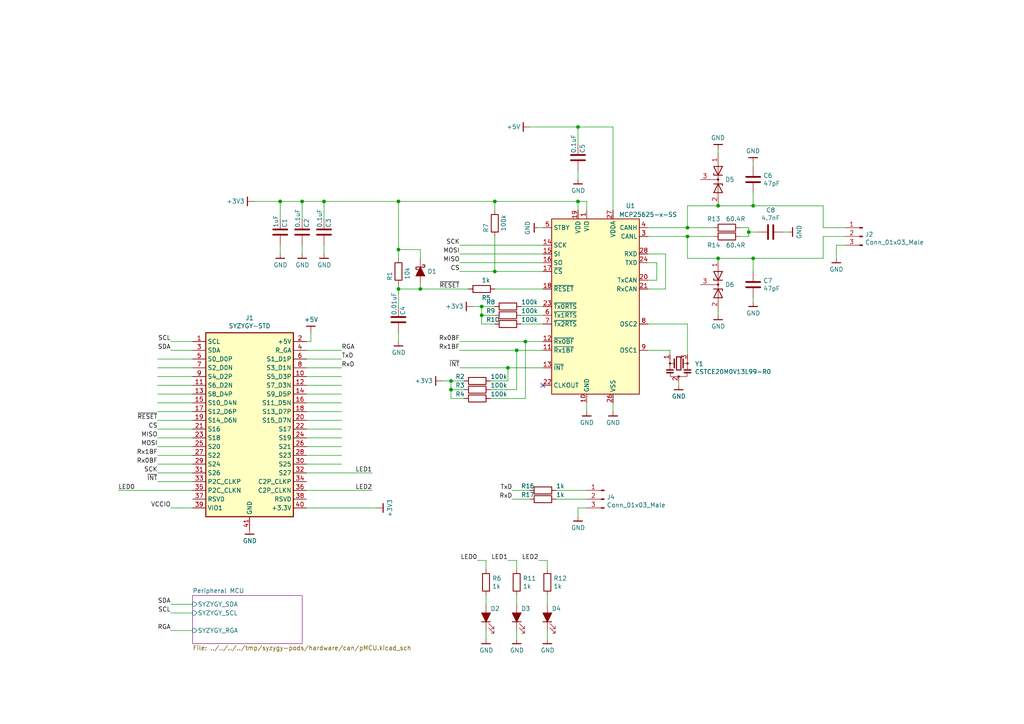
<source format=kicad_sch>
(kicad_sch (version 20230121) (generator eeschema)
  (paper "A4")
  (title_block (title "CAN Breakout") (date "2020-05-26") (rev "r1.0") (comment 1 "SYZYGY Pod"))
  (lib_symbols
    (symbol "Connector:Conn_01x03_Male" (pin_names hide)
      (property "Reference" "J" (at 0 5.08 0))
      (property "Value" "Conn_01x03_Male" (at 0 -5.08 0))
      (symbol "Conn_01x03_Male_1_1"
        (polyline (pts (xy 1.27 -2.54) (xy 0.8636 -2.54)))
        (polyline (pts (xy 1.27 0) (xy 0.8636 0)))
        (polyline (pts (xy 1.27 2.54) (xy 0.8636 2.54)))
        (rectangle (start 0.8636 -2.413) (end 0 -2.667) (fill (type outline)))
        (rectangle (start 0.8636 0.127) (end 0 -0.127) (fill (type outline)))
        (rectangle (start 0.8636 2.667) (end 0 2.413) (fill (type outline)))
        (pin passive line (at 5.08 2.54 180) (length 3.81) (name "Pin_1") (number "1"))
        (pin passive line (at 5.08 0 180) (length 3.81) (name "Pin_2") (number "2"))
        (pin passive line (at 5.08 -2.54 180) (length 3.81) (name "Pin_3") (number "3"))
      )
    )
    (symbol "Device:C" (pin_numbers hide) (pin_names (offset 0.254))
      (property "Reference" "C" (at 0.635 2.54 0))
      (property "Value" "C" (at 0.635 -2.54 0))
      (symbol "C_0_1"
        (polyline (pts (xy -2.032 -0.762) (xy 2.032 -0.762)) (stroke (width 0.508)))
        (polyline (pts (xy -2.032 0.762) (xy 2.032 0.762)) (stroke (width 0.508)))
      )
      (symbol "C_1_1"
        (pin passive line (at 0 3.81 270) (length 2.794) (name "~") (number "1"))
        (pin passive line (at 0 -3.81 90) (length 2.794) (name "~") (number "2"))
      )
    )
    (symbol "Device:C_1" (pin_numbers hide) (pin_names (offset 0.254))
      (property "Reference" "C" (at 0.635 2.54 0))
      (property "Value" "C" (at 0.635 -2.54 0))
      (symbol "C_1_0_1"
        (polyline (pts (xy -2.032 -0.762) (xy 2.032 -0.762)) (stroke (width 0.508)))
        (polyline (pts (xy -2.032 0.762) (xy 2.032 0.762)) (stroke (width 0.508)))
      )
      (symbol "C_1_1_1"
        (pin passive line (at 0 3.81 270) (length 2.794) (name "~") (number "1"))
        (pin passive line (at 0 -3.81 90) (length 2.794) (name "~") (number "2"))
      )
    )
    (symbol "Device:C_2" (pin_numbers hide) (pin_names (offset 0.254))
      (property "Reference" "C" (at 0.635 2.54 0))
      (property "Value" "C" (at 0.635 -2.54 0))
      (symbol "C_2_0_1"
        (polyline (pts (xy -2.032 -0.762) (xy 2.032 -0.762)) (stroke (width 0.508)))
        (polyline (pts (xy -2.032 0.762) (xy 2.032 0.762)) (stroke (width 0.508)))
      )
      (symbol "C_2_1_1"
        (pin passive line (at 0 3.81 270) (length 2.794) (name "~") (number "1"))
        (pin passive line (at 0 -3.81 90) (length 2.794) (name "~") (number "2"))
      )
    )
    (symbol "Device:C_3" (pin_numbers hide) (pin_names (offset 0.254))
      (property "Reference" "C" (at 0.635 2.54 0))
      (property "Value" "C" (at 0.635 -2.54 0))
      (symbol "C_3_0_1"
        (polyline (pts (xy -2.032 -0.762) (xy 2.032 -0.762)) (stroke (width 0.508)))
        (polyline (pts (xy -2.032 0.762) (xy 2.032 0.762)) (stroke (width 0.508)))
      )
      (symbol "C_3_1_1"
        (pin passive line (at 0 3.81 270) (length 2.794) (name "~") (number "1"))
        (pin passive line (at 0 -3.81 90) (length 2.794) (name "~") (number "2"))
      )
    )
    (symbol "Device:D_Schottky_ALT" (pin_numbers hide) (pin_names hide)
      (property "Reference" "D" (at 0 2.54 0))
      (property "Value" "D_Schottky_ALT" (at 0 -2.54 0))
      (symbol "D_Schottky_ALT_0_1"
        (polyline (pts (xy 1.27 0) (xy -1.27 0)))
        (polyline (pts (xy 1.27 1.27) (xy 1.27 -1.27) (xy -1.27 0) (xy 1.27 1.27)) (stroke (width 0.254)) (fill (type outline)))
        (polyline (pts (xy -1.905 0.635) (xy -1.905 1.27) (xy -1.27 1.27) (xy -1.27 -1.27) (xy -0.635 -1.27) (xy -0.635 -0.635)) (stroke (width 0.254)))
      )
      (symbol "D_Schottky_ALT_1_1"
        (pin passive line (at -3.81 0 0) (length 2.54) (name "K") (number "1"))
        (pin passive line (at 3.81 0 180) (length 2.54) (name "A") (number "2"))
      )
    )
    (symbol "Device:D_Zener_x2_KCom_AAK" (pin_names (offset 0.762) hide)
      (property "Reference" "D" (at 1.27 -2.54 0))
      (property "Value" "D_Zener_x2_KCom_AAK" (at 0 2.54 0))
      (symbol "D_Zener_x2_KCom_AAK_0_1"
        (polyline (pts (xy -3.81 0) (xy 3.81 0)))
        (polyline (pts (xy 0 0) (xy 0 -2.54)))
        (polyline (pts (xy -1.27 1.27) (xy -1.27 -1.27) (xy -1.778 -1.27)) (stroke (width 0.254)))
        (polyline (pts (xy 1.27 -1.27) (xy 1.27 1.27) (xy 1.778 1.27)) (stroke (width 0.254)))
        (polyline (pts (xy -3.81 1.27) (xy -1.27 0) (xy -3.81 -1.27) (xy -3.81 1.27) (xy -3.81 1.27) (xy -3.81 1.27)) (stroke (width 0.254)))
        (polyline (pts (xy 3.81 -1.27) (xy 1.27 0) (xy 3.81 1.27) (xy 3.81 -1.27) (xy 3.81 -1.27) (xy 3.81 -1.27)) (stroke (width 0.254)))
        (circle (center 0 0) (radius 0.254) (fill (type outline)))
        (pin passive line (at -7.62 0 0) (length 3.81) (name "A") (number "1"))
        (pin passive line (at 7.62 0 180) (length 3.81) (name "A") (number "2"))
        (pin passive line (at 0 -5.08 90) (length 2.54) (name "K") (number "3"))
      )
    )
    (symbol "Device:LED_ALT" (pin_numbers hide) (pin_names hide)
      (property "Reference" "D" (at 0 2.54 0))
      (property "Value" "LED_ALT" (at 0 -2.54 0))
      (symbol "LED_ALT_0_1"
        (polyline (pts (xy -1.27 -1.27) (xy -1.27 1.27)) (stroke (width 0.254)))
        (polyline (pts (xy -1.27 0) (xy 1.27 0)))
        (polyline (pts (xy 1.27 -1.27) (xy 1.27 1.27) (xy -1.27 0) (xy 1.27 -1.27)) (stroke (width 0.254)) (fill (type outline)))
        (polyline (pts (xy -3.048 -0.762) (xy -4.572 -2.286) (xy -3.81 -2.286) (xy -4.572 -2.286) (xy -4.572 -1.524)))
        (polyline (pts (xy -1.778 -0.762) (xy -3.302 -2.286) (xy -2.54 -2.286) (xy -3.302 -2.286) (xy -3.302 -1.524)))
      )
      (symbol "LED_ALT_1_1"
        (pin passive line (at -3.81 0 0) (length 2.54) (name "K") (number "1"))
        (pin passive line (at 3.81 0 180) (length 2.54) (name "A") (number "2"))
      )
    )
    (symbol "Device:R" (pin_numbers hide) (pin_names (offset 0))
      (property "Reference" "R" (at 2.032 0 90))
      (property "Value" "R" (at 0 0 90))
      (symbol "R_0_1"
        (rectangle (start -1.016 -2.54) (end 1.016 2.54) (stroke (width 0.254)))
      )
      (symbol "R_1_1"
        (pin passive line (at 0 3.81 270) (length 1.27) (name "~") (number "1"))
        (pin passive line (at 0 -3.81 90) (length 1.27) (name "~") (number "2"))
      )
    )
    (symbol "Device:R_1" (pin_numbers hide) (pin_names (offset 0))
      (property "Reference" "R" (at 2.032 0 90))
      (property "Value" "R" (at 0 0 90))
      (symbol "R_1_0_1"
        (rectangle (start -1.016 -2.54) (end 1.016 2.54) (stroke (width 0.254)))
      )
      (symbol "R_1_1_1"
        (pin passive line (at 0 3.81 270) (length 1.27) (name "~") (number "1"))
        (pin passive line (at 0 -3.81 90) (length 1.27) (name "~") (number "2"))
      )
    )
    (symbol "Device:R_2" (pin_numbers hide) (pin_names (offset 0))
      (property "Reference" "R" (at 2.032 0 90))
      (property "Value" "R" (at 0 0 90))
      (symbol "R_2_0_1"
        (rectangle (start -1.016 -2.54) (end 1.016 2.54) (stroke (width 0.254)))
      )
      (symbol "R_2_1_1"
        (pin passive line (at 0 3.81 270) (length 1.27) (name "~") (number "1"))
        (pin passive line (at 0 -3.81 90) (length 1.27) (name "~") (number "2"))
      )
    )
    (symbol "Device:Resonator_Small" (pin_names hide)
      (property "Reference" "Y" (at 3.175 1.905 0))
      (property "Value" "Resonator_Small" (at 3.175 0 0))
      (symbol "Resonator_Small_0_1"
        (rectangle (start -3.556 -2.54) (end -1.524 -2.794) (fill (type outline)))
        (rectangle (start -3.556 -1.778) (end -1.524 -2.032) (fill (type outline)))
        (circle (center -2.54 0) (radius 0.254) (fill (type outline)))
        (rectangle (start -0.635 1.905) (end 0.635 -1.905) (stroke (width 0.3048)))
        (circle (center 0 -3.81) (radius 0.254) (fill (type outline)))
        (polyline (pts (xy -2.54 -1.778) (xy -2.54 0)))
        (polyline (pts (xy -2.54 0) (xy -1.397 0)))
        (polyline (pts (xy -2.54 1.27) (xy -2.54 0)))
        (polyline (pts (xy -1.27 -1.27) (xy -1.27 1.27)) (stroke (width 0.381)))
        (polyline (pts (xy 1.27 -1.27) (xy 1.27 1.27)) (stroke (width 0.381)))
        (polyline (pts (xy 1.27 0) (xy 2.54 0)))
        (polyline (pts (xy 2.54 0) (xy 2.54 -1.778)))
        (polyline (pts (xy 2.54 1.27) (xy 2.54 0)))
        (polyline (pts (xy 2.413 -2.794) (xy 2.413 -3.81) (xy -2.413 -3.81) (xy -2.413 -2.667)))
        (rectangle (start 1.524 -2.54) (end 3.556 -2.794) (fill (type outline)))
        (rectangle (start 1.524 -1.778) (end 3.556 -2.032) (fill (type outline)))
        (circle (center 2.54 0) (radius 0.254) (fill (type outline)))
      )
      (symbol "Resonator_Small_1_1"
        (pin passive line (at -2.54 2.54 270) (length 1.27) (name "1") (number "1"))
        (pin passive line (at 0 -5.08 90) (length 1.27) (name "2") (number "2"))
        (pin passive line (at 2.54 2.54 270) (length 1.27) (name "3") (number "3"))
      )
    )
    (symbol "Interface_CAN_LIN:MCP25625-x-SS"
      (property "Reference" "U" (at -11.43 26.67 0))
      (property "Value" "MCP25625-x-SS" (at 15.24 26.67 0))
      (symbol "MCP25625-x-SS_0_1"
        (rectangle (start -12.7 25.4) (end 12.7 -25.4) (stroke (width 0.254)) (fill (type background)))
      )
      (symbol "MCP25625-x-SS_1_1"
        (pin power_in line (at -2.54 27.94 270) (length 2.54) (name "VIO") (number "1"))
        (pin power_in line (at -2.54 -27.94 90) (length 2.54) (name "GND") (number "10"))
        (pin output line (at -15.24 -12.7 0) (length 2.54) (name "~{Rx1BF}") (number "11"))
        (pin output line (at -15.24 -10.16 0) (length 2.54) (name "~{Rx0BF}") (number "12"))
        (pin output line (at -15.24 -17.78 0) (length 2.54) (name "~{INT}") (number "13"))
        (pin input line (at -15.24 17.78 0) (length 2.54) (name "SCK") (number "14"))
        (pin input line (at -15.24 15.24 0) (length 2.54) (name "SI") (number "15"))
        (pin output line (at -15.24 12.7 0) (length 2.54) (name "SO") (number "16"))
        (pin input line (at -15.24 10.16 0) (length 2.54) (name "~{CS}") (number "17"))
        (pin input line (at -15.24 5.08 0) (length 2.54) (name "~{RESET}") (number "18"))
        (pin power_in line (at -5.08 27.94 270) (length 2.54) (name "VDD") (number "19"))
        (pin no_connect line (at 12.7 -15.24 180) (length 2.54) hide (name "NC") (number "2"))
        (pin output line (at 15.24 7.62 180) (length 2.54) (name "TxCAN") (number "20"))
        (pin input line (at 15.24 5.08 180) (length 2.54) (name "RxCAN") (number "21"))
        (pin output line (at -15.24 -22.86 0) (length 2.54) (name "CLKOUT") (number "22"))
        (pin input line (at -15.24 0 0) (length 2.54) (name "~{Tx0RTS}") (number "23"))
        (pin input line (at 15.24 12.7 180) (length 2.54) (name "TXD") (number "24"))
        (pin no_connect line (at 12.7 -17.78 180) (length 2.54) hide (name "NC") (number "25"))
        (pin power_in line (at 5.08 -27.94 90) (length 2.54) (name "VSS") (number "26"))
        (pin power_in line (at 5.08 27.94 270) (length 2.54) (name "VDDA") (number "27"))
        (pin output line (at 15.24 15.24 180) (length 2.54) (name "RXD") (number "28"))
        (pin bidirectional line (at 15.24 20.32 180) (length 2.54) (name "CANL") (number "3"))
        (pin bidirectional line (at 15.24 22.86 180) (length 2.54) (name "CANH") (number "4"))
        (pin input line (at -15.24 22.86 0) (length 2.54) (name "STBY") (number "5"))
        (pin input line (at -15.24 -2.54 0) (length 2.54) (name "~{Tx1RTS}") (number "6"))
        (pin input line (at -15.24 -5.08 0) (length 2.54) (name "~{Tx2RTS}") (number "7"))
        (pin output line (at 15.24 -5.08 180) (length 2.54) (name "OSC2") (number "8"))
        (pin input line (at 15.24 -12.7 180) (length 2.54) (name "OSC1") (number "9"))
      )
    )
    (symbol "gkl_misc:SYZYGY-STD"
      (property "Reference" "J" (at 0 27.94 0))
      (property "Value" "SYZYGY-STD" (at 0 25.4 0))
      (symbol "SYZYGY-STD_0_1"
        (rectangle (start -12.7 24.13) (end 12.7 -29.21) (stroke (width 0.3302)) (fill (type background)))
      )
      (symbol "SYZYGY-STD_1_1"
        (pin input line (at -16.51 21.59 0) (length 3.81) (name "SCL") (number "1"))
        (pin input line (at 16.51 11.43 180) (length 3.81) (name "S5_D3P") (number "10"))
        (pin input line (at -16.51 8.89 0) (length 3.81) (name "S6_D2N") (number "11"))
        (pin input line (at 16.51 8.89 180) (length 3.81) (name "S7_D3N") (number "12"))
        (pin input line (at -16.51 6.35 0) (length 3.81) (name "S8_D4P") (number "13"))
        (pin input line (at 16.51 6.35 180) (length 3.81) (name "S9_D5P") (number "14"))
        (pin input line (at -16.51 3.81 0) (length 3.81) (name "S10_D4N") (number "15"))
        (pin input line (at 16.51 3.81 180) (length 3.81) (name "S11_D5N") (number "16"))
        (pin input line (at -16.51 1.27 0) (length 3.81) (name "S12_D6P") (number "17"))
        (pin input line (at 16.51 1.27 180) (length 3.81) (name "S13_D7P") (number "18"))
        (pin input line (at -16.51 -1.27 0) (length 3.81) (name "S14_D6N") (number "19"))
        (pin input line (at 16.51 21.59 180) (length 3.81) (name "+5V") (number "2"))
        (pin input line (at 16.51 -1.27 180) (length 3.81) (name "S15_D7N") (number "20"))
        (pin input line (at -16.51 -3.81 0) (length 3.81) (name "S16") (number "21"))
        (pin input line (at 16.51 -3.81 180) (length 3.81) (name "S17") (number "22"))
        (pin input line (at -16.51 -6.35 0) (length 3.81) (name "S18") (number "23"))
        (pin input line (at 16.51 -6.35 180) (length 3.81) (name "S19") (number "24"))
        (pin input line (at -16.51 -8.89 0) (length 3.81) (name "S20") (number "25"))
        (pin input line (at 16.51 -8.89 180) (length 3.81) (name "S21") (number "26"))
        (pin input line (at -16.51 -11.43 0) (length 3.81) (name "S22") (number "27"))
        (pin input line (at 16.51 -11.43 180) (length 3.81) (name "S23") (number "28"))
        (pin input line (at -16.51 -13.97 0) (length 3.81) (name "S24") (number "29"))
        (pin input line (at -16.51 19.05 0) (length 3.81) (name "SDA") (number "3"))
        (pin input line (at 16.51 -13.97 180) (length 3.81) (name "S25") (number "30"))
        (pin input line (at -16.51 -16.51 0) (length 3.81) (name "S26") (number "31"))
        (pin input line (at 16.51 -16.51 180) (length 3.81) (name "S27") (number "32"))
        (pin input line (at -16.51 -19.05 0) (length 3.81) (name "P2C_CLKP") (number "33"))
        (pin input line (at 16.51 -19.05 180) (length 3.81) (name "C2P_CLKP") (number "34"))
        (pin input line (at -16.51 -21.59 0) (length 3.81) (name "P2C_CLKN") (number "35"))
        (pin input line (at 16.51 -21.59 180) (length 3.81) (name "C2P_CLKN") (number "36"))
        (pin input line (at -16.51 -24.13 0) (length 3.81) (name "RSVD") (number "37"))
        (pin input line (at 16.51 -24.13 180) (length 3.81) (name "RSVD") (number "38"))
        (pin input line (at -16.51 -26.67 0) (length 3.81) (name "VIO1") (number "39"))
        (pin input line (at 16.51 19.05 180) (length 3.81) (name "R_GA") (number "4"))
        (pin input line (at 16.51 -26.67 180) (length 3.81) (name "+3.3V") (number "40"))
        (pin input line (at 0 -33.02 90) (length 3.81) (name "GND") (number "41"))
        (pin input line (at -16.51 16.51 0) (length 3.81) (name "S0_D0P") (number "5"))
        (pin input line (at 16.51 16.51 180) (length 3.81) (name "S1_D1P") (number "6"))
        (pin input line (at -16.51 13.97 0) (length 3.81) (name "S2_D0N") (number "7"))
        (pin input line (at 16.51 13.97 180) (length 3.81) (name "S3_D1N") (number "8"))
        (pin input line (at -16.51 11.43 0) (length 3.81) (name "S4_D2P") (number "9"))
      )
    )
    (symbol "gkl_power:+3V3" (power) (pin_names (offset 0))
      (property "Value" "+3V3" (at 0 3.556 0))
      (symbol "+3V3_0_1"
        (polyline (pts (xy -1.27 1.905) (xy 1.27 1.905)) (stroke (width 0.3048)))
        (polyline (pts (xy 0 0) (xy 0 1.905)))
      )
      (symbol "+3V3_1_1"
        (pin power_in line (at 0 0 90) (length 0) hide (name "+3V3") (number "1"))
      )
    )
    (symbol "gkl_power:+5V" (power) (pin_names (offset 0))
      (property "Value" "+5V" (at 0 3.175 0))
      (symbol "+5V_0_1"
        (polyline (pts (xy -1.27 1.905) (xy 1.27 1.905)) (stroke (width 0.3048)))
        (polyline (pts (xy 0 0) (xy 0 1.905)))
      )
      (symbol "+5V_1_1"
        (pin power_in line (at 0 0 90) (length 0) hide (name "+5V") (number "1"))
      )
    )
    (symbol "gkl_power:GND" (power) (pin_names (offset 0))
      (property "Value" "GND" (at 0 -2.54 0))
      (symbol "GND_0_1"
        (polyline (pts (xy 0 -1.27) (xy 0 0)))
        (polyline (pts (xy 1.27 -1.27) (xy -1.27 -1.27)) (stroke (width 0.3048)))
      )
      (symbol "GND_1_1"
        (pin power_in line (at 0 0 270) (length 0) hide (name "GND") (number "1"))
      )
    )
  )
  (junction (at 147.32 106.68))
  (junction (at 152.4 99.06))
  (junction (at 81.28 58.42))
  (junction (at 217.17 67.31))
  (junction (at 121.92 83.82))
  (junction (at 208.28 74.93))
  (junction (at 115.57 72.39))
  (junction (at 115.57 58.42))
  (junction (at 87.63 58.42))
  (junction (at 139.7 88.9))
  (junction (at 115.57 83.82))
  (junction (at 130.81 113.03))
  (junction (at 130.81 110.49))
  (junction (at 167.64 58.42))
  (junction (at 199.39 66.04))
  (junction (at 167.64 36.83))
  (junction (at 143.51 78.74))
  (junction (at 143.51 58.42))
  (junction (at 218.44 59.69))
  (junction (at 208.28 59.69))
  (junction (at 218.44 74.93))
  (junction (at 199.39 68.58))
  (junction (at 139.7 91.44))
  (junction (at 149.86 101.6))
  (junction (at 93.98 58.42))
  (no_connect (at 157.48 111.76))
  (wire (pts (xy 130.81 115.57) (xy 130.81 113.03)))
  (wire (pts (xy 151.13 91.44) (xy 157.48 91.44)))
  (wire (pts (xy 158.75 172.72) (xy 158.75 175.26)))
  (wire (pts (xy 147.32 162.56) (xy 149.86 162.56)))
  (wire (pts (xy 242.57 71.12) (xy 242.57 74.93)))
  (wire (pts (xy 161.29 144.78) (xy 170.18 144.78)))
  (wire (pts (xy 45.72 111.76) (xy 55.88 111.76)))
  (wire (pts (xy 245.11 71.12) (xy 242.57 71.12)))
  (wire (pts (xy 187.96 81.28) (xy 190.5 81.28)))
  (wire (pts (xy 130.81 113.03) (xy 130.81 110.49)))
  (wire (pts (xy 133.35 73.66) (xy 157.48 73.66)))
  (wire (pts (xy 90.17 99.06) (xy 90.17 96.52)))
  (wire (pts (xy 88.9 121.92) (xy 99.06 121.92)))
  (wire (pts (xy 88.9 134.62) (xy 99.06 134.62)))
  (wire (pts (xy 194.31 101.6) (xy 194.31 102.87)))
  (wire (pts (xy 45.72 114.3) (xy 55.88 114.3)))
  (wire (pts (xy 218.44 59.69) (xy 238.76 59.69)))
  (wire (pts (xy 88.9 119.38) (xy 99.06 119.38)))
  (wire (pts (xy 115.57 82.55) (xy 115.57 83.82)))
  (wire (pts (xy 143.51 58.42) (xy 167.64 58.42)))
  (wire (pts (xy 238.76 59.69) (xy 238.76 66.04)))
  (wire (pts (xy 45.72 116.84) (xy 55.88 116.84)))
  (wire (pts (xy 45.72 109.22) (xy 55.88 109.22)))
  (wire (pts (xy 149.86 165.1) (xy 149.86 162.56)))
  (wire (pts (xy 167.64 58.42) (xy 170.18 58.42)))
  (wire (pts (xy 81.28 58.42) (xy 87.63 58.42)))
  (wire (pts (xy 167.64 147.32) (xy 167.64 149.86)))
  (wire (pts (xy 187.96 66.04) (xy 199.39 66.04)))
  (wire (pts (xy 170.18 147.32) (xy 167.64 147.32)))
  (wire (pts (xy 133.35 76.2) (xy 157.48 76.2)))
  (wire (pts (xy 167.64 41.91) (xy 167.64 36.83)))
  (wire (pts (xy 167.64 49.53) (xy 167.64 52.07)))
  (wire (pts (xy 187.96 101.6) (xy 194.31 101.6)))
  (wire (pts (xy 133.35 71.12) (xy 157.48 71.12)))
  (wire (pts (xy 55.88 101.6) (xy 49.53 101.6)))
  (wire (pts (xy 81.28 71.12) (xy 81.28 73.66)))
  (wire (pts (xy 238.76 68.58) (xy 245.11 68.58)))
  (wire (pts (xy 45.72 127) (xy 55.88 127)))
  (wire (pts (xy 177.8 116.84) (xy 177.8 119.38)))
  (wire (pts (xy 147.32 106.68) (xy 157.48 106.68)))
  (wire (pts (xy 45.72 129.54) (xy 55.88 129.54)))
  (wire (pts (xy 167.64 58.42) (xy 167.64 60.96)))
  (wire (pts (xy 55.88 147.32) (xy 49.53 147.32)))
  (wire (pts (xy 88.9 104.14) (xy 99.06 104.14)))
  (wire (pts (xy 133.35 78.74) (xy 143.51 78.74)))
  (wire (pts (xy 149.86 113.03) (xy 149.86 101.6)))
  (wire (pts (xy 45.72 139.7) (xy 55.88 139.7)))
  (wire (pts (xy 140.97 165.1) (xy 140.97 162.56)))
  (wire (pts (xy 134.62 115.57) (xy 130.81 115.57)))
  (wire (pts (xy 156.21 162.56) (xy 158.75 162.56)))
  (wire (pts (xy 88.9 116.84) (xy 99.06 116.84)))
  (wire (pts (xy 133.35 99.06) (xy 152.4 99.06)))
  (wire (pts (xy 158.75 182.88) (xy 158.75 185.42)))
  (wire (pts (xy 55.88 99.06) (xy 49.53 99.06)))
  (wire (pts (xy 81.28 63.5) (xy 81.28 58.42)))
  (wire (pts (xy 218.44 86.36) (xy 218.44 87.63)))
  (wire (pts (xy 88.9 127) (xy 99.06 127)))
  (wire (pts (xy 151.13 88.9) (xy 157.48 88.9)))
  (wire (pts (xy 153.67 36.83) (xy 167.64 36.83)))
  (wire (pts (xy 139.7 91.44) (xy 139.7 88.9)))
  (wire (pts (xy 45.72 137.16) (xy 55.88 137.16)))
  (wire (pts (xy 156.21 66.04) (xy 157.48 66.04)))
  (wire (pts (xy 167.64 36.83) (xy 177.8 36.83)))
  (wire (pts (xy 88.9 106.68) (xy 99.06 106.68)))
  (wire (pts (xy 88.9 132.08) (xy 99.06 132.08)))
  (wire (pts (xy 218.44 48.26) (xy 218.44 46.99)))
  (wire (pts (xy 161.29 142.24) (xy 170.18 142.24)))
  (wire (pts (xy 217.17 67.31) (xy 219.71 67.31)))
  (wire (pts (xy 55.88 175.26) (xy 49.53 175.26)))
  (wire (pts (xy 55.88 177.8) (xy 49.53 177.8)))
  (wire (pts (xy 214.63 66.04) (xy 217.17 66.04)))
  (wire (pts (xy 88.9 129.54) (xy 99.06 129.54)))
  (wire (pts (xy 218.44 74.93) (xy 238.76 74.93)))
  (wire (pts (xy 88.9 147.32) (xy 109.22 147.32)))
  (wire (pts (xy 121.92 82.55) (xy 121.92 83.82)))
  (wire (pts (xy 218.44 55.88) (xy 218.44 59.69)))
  (wire (pts (xy 73.66 58.42) (xy 81.28 58.42)))
  (wire (pts (xy 88.9 137.16) (xy 107.95 137.16)))
  (wire (pts (xy 34.29 142.24) (xy 55.88 142.24)))
  (wire (pts (xy 157.48 78.74) (xy 143.51 78.74)))
  (wire (pts (xy 149.86 101.6) (xy 157.48 101.6)))
  (wire (pts (xy 143.51 58.42) (xy 143.51 60.96)))
  (wire (pts (xy 199.39 68.58) (xy 199.39 74.93)))
  (wire (pts (xy 45.72 132.08) (xy 55.88 132.08)))
  (wire (pts (xy 196.85 110.49) (xy 196.85 111.76)))
  (wire (pts (xy 170.18 116.84) (xy 170.18 119.38)))
  (wire (pts (xy 199.39 68.58) (xy 207.01 68.58)))
  (wire (pts (xy 199.39 66.04) (xy 207.01 66.04)))
  (wire (pts (xy 130.81 110.49) (xy 134.62 110.49)))
  (wire (pts (xy 138.43 162.56) (xy 140.97 162.56)))
  (wire (pts (xy 218.44 74.93) (xy 218.44 78.74)))
  (wire (pts (xy 143.51 93.98) (xy 139.7 93.98)))
  (wire (pts (xy 227.33 67.31) (xy 228.6 67.31)))
  (wire (pts (xy 140.97 172.72) (xy 140.97 175.26)))
  (wire (pts (xy 208.28 59.69) (xy 218.44 59.69)))
  (wire (pts (xy 149.86 182.88) (xy 149.86 185.42)))
  (wire (pts (xy 140.97 182.88) (xy 140.97 185.42)))
  (wire (pts (xy 170.18 60.96) (xy 170.18 58.42)))
  (wire (pts (xy 87.63 71.12) (xy 87.63 73.66)))
  (wire (pts (xy 142.24 115.57) (xy 152.4 115.57)))
  (wire (pts (xy 134.62 113.03) (xy 130.81 113.03)))
  (wire (pts (xy 137.16 88.9) (xy 139.7 88.9)))
  (wire (pts (xy 93.98 63.5) (xy 93.98 58.42)))
  (wire (pts (xy 208.28 90.17) (xy 208.28 91.44)))
  (wire (pts (xy 190.5 76.2) (xy 187.96 76.2)))
  (wire (pts (xy 45.72 106.68) (xy 55.88 106.68)))
  (wire (pts (xy 133.35 101.6) (xy 149.86 101.6)))
  (wire (pts (xy 115.57 83.82) (xy 115.57 88.9)))
  (wire (pts (xy 55.88 182.88) (xy 49.53 182.88)))
  (wire (pts (xy 45.72 124.46) (xy 55.88 124.46)))
  (wire (pts (xy 217.17 67.31) (xy 217.17 68.58)))
  (wire (pts (xy 148.59 144.78) (xy 153.67 144.78)))
  (wire (pts (xy 143.51 83.82) (xy 157.48 83.82)))
  (wire (pts (xy 142.24 113.03) (xy 149.86 113.03)))
  (wire (pts (xy 88.9 142.24) (xy 107.95 142.24)))
  (wire (pts (xy 149.86 172.72) (xy 149.86 175.26)))
  (wire (pts (xy 88.9 109.22) (xy 99.06 109.22)))
  (wire (pts (xy 199.39 93.98) (xy 199.39 102.87)))
  (wire (pts (xy 187.96 68.58) (xy 199.39 68.58)))
  (wire (pts (xy 148.59 142.24) (xy 153.67 142.24)))
  (wire (pts (xy 143.51 68.58) (xy 143.51 78.74)))
  (wire (pts (xy 142.24 110.49) (xy 147.32 110.49)))
  (wire (pts (xy 128.27 110.49) (xy 130.81 110.49)))
  (wire (pts (xy 217.17 66.04) (xy 217.17 67.31)))
  (wire (pts (xy 93.98 71.12) (xy 93.98 73.66)))
  (wire (pts (xy 152.4 99.06) (xy 157.48 99.06)))
  (wire (pts (xy 115.57 58.42) (xy 143.51 58.42)))
  (wire (pts (xy 187.96 93.98) (xy 199.39 93.98)))
  (wire (pts (xy 208.28 43.18) (xy 208.28 44.45)))
  (wire (pts (xy 139.7 93.98) (xy 139.7 91.44)))
  (wire (pts (xy 143.51 91.44) (xy 139.7 91.44)))
  (wire (pts (xy 151.13 93.98) (xy 157.48 93.98)))
  (wire (pts (xy 217.17 68.58) (xy 214.63 68.58)))
  (wire (pts (xy 199.39 74.93) (xy 208.28 74.93)))
  (wire (pts (xy 121.92 74.93) (xy 121.92 72.39)))
  (wire (pts (xy 152.4 115.57) (xy 152.4 99.06)))
  (wire (pts (xy 87.63 58.42) (xy 93.98 58.42)))
  (wire (pts (xy 139.7 88.9) (xy 143.51 88.9)))
  (wire (pts (xy 93.98 58.42) (xy 115.57 58.42)))
  (wire (pts (xy 238.76 66.04) (xy 245.11 66.04)))
  (wire (pts (xy 45.72 119.38) (xy 55.88 119.38)))
  (wire (pts (xy 158.75 165.1) (xy 158.75 162.56)))
  (wire (pts (xy 88.9 114.3) (xy 99.06 114.3)))
  (wire (pts (xy 45.72 104.14) (xy 55.88 104.14)))
  (wire (pts (xy 88.9 99.06) (xy 90.17 99.06)))
  (wire (pts (xy 45.72 134.62) (xy 55.88 134.62)))
  (wire (pts (xy 115.57 58.42) (xy 115.57 72.39)))
  (wire (pts (xy 208.28 74.93) (xy 218.44 74.93)))
  (wire (pts (xy 87.63 63.5) (xy 87.63 58.42)))
  (wire (pts (xy 115.57 72.39) (xy 115.57 74.93)))
  (wire (pts (xy 115.57 72.39) (xy 121.92 72.39)))
  (wire (pts (xy 177.8 36.83) (xy 177.8 60.96)))
  (wire (pts (xy 88.9 111.76) (xy 99.06 111.76)))
  (wire (pts (xy 199.39 66.04) (xy 199.39 59.69)))
  (wire (pts (xy 199.39 59.69) (xy 208.28 59.69)))
  (wire (pts (xy 187.96 73.66) (xy 193.04 73.66)))
  (wire (pts (xy 238.76 74.93) (xy 238.76 68.58)))
  (wire (pts (xy 193.04 83.82) (xy 187.96 83.82)))
  (wire (pts (xy 193.04 73.66) (xy 193.04 83.82)))
  (wire (pts (xy 115.57 96.52) (xy 115.57 99.06)))
  (wire (pts (xy 45.72 121.92) (xy 55.88 121.92)))
  (wire (pts (xy 147.32 110.49) (xy 147.32 106.68)))
  (wire (pts (xy 121.92 83.82) (xy 135.89 83.82)))
  (wire (pts (xy 115.57 83.82) (xy 121.92 83.82)))
  (wire (pts (xy 133.35 106.68) (xy 147.32 106.68)))
  (wire (pts (xy 88.9 124.46) (xy 99.06 124.46)))
  (wire (pts (xy 88.9 101.6) (xy 99.06 101.6)))
  (wire (pts (xy 190.5 81.28) (xy 190.5 76.2)))
  (label "RGA" (at 49.53 182.88 180))
  (label "MOSI" (at 133.35 73.66 180))
  (label "MISO" (at 45.72 127 180))
  (label "Rx1BF" (at 45.72 132.08 180))
  (label "RxD" (at 148.59 144.78 180))
  (label "LED2" (at 107.95 142.24 180))
  (label "VCCIO" (at 49.53 147.32 180))
  (label "LED0" (at 34.29 142.24 0))
  (label "SCL" (at 49.53 177.8 180))
  (label "TxD" (at 99.06 104.14 0))
  (label "MISO" (at 133.35 76.2 180))
  (label "SDA" (at 49.53 101.6 180))
  (label "LED2" (at 156.21 162.56 180))
  (label "RxD" (at 99.06 106.68 0))
  (label "RGA" (at 99.06 101.6 0))
  (label "Rx1BF" (at 133.35 101.6 180))
  (label "SCK" (at 45.72 137.16 180))
  (label "CS" (at 45.72 124.46 180))
  (label "~{INT}" (at 45.72 139.7 180))
  (label "SCK" (at 133.35 71.12 180))
  (label "CS" (at 133.35 78.74 180))
  (label "Rx0BF" (at 133.35 99.06 180))
  (label "~{RESET}" (at 45.72 121.92 180))
  (label "TxD" (at 148.59 142.24 180))
  (label "~{RESET}" (at 133.35 83.82 180))
  (label "SDA" (at 49.53 175.26 180))
  (label "LED1" (at 107.95 137.16 180))
  (label "Rx0BF" (at 45.72 134.62 180))
  (label "~{INT}" (at 133.35 106.68 180))
  (label "LED0" (at 138.43 162.56 180))
  (label "SCL" (at 49.53 99.06 180))
  (label "LED1" (at 147.32 162.56 180))
  (label "MOSI" (at 45.72 129.54 180))
  (symbol (lib_id "gkl_misc:SYZYGY-STD") (at 72.39 120.65 0) (unit 1)
    (property "Reference" "J1" (at 72.39 92.2274 0))
    (property "Value" "SYZYGY-STD" (at 72.39 94.5388 0))
    (property "Footprint" "gkl_conn:SYZYGY_standard_pod" (effects hide))
    (property "Mfg" "Samtec Inc." (effects hide))
    (property "PN" "QTE-020-01-F-D-A" (effects hide))
  )
  (symbol (lib_id "gkl_power:+5V") (at 90.17 96.52 0) (unit 1)
    (property "Reference" "#PWR05" (effects hide))
    (property "Value" "+5V" (at 90.2462 92.6846 0))
  )
  (symbol (lib_id "gkl_power:GND") (at 72.39 153.67 0) (unit 1)
    (property "Reference" "#PWR01" (effects hide))
    (property "Value" "GND" (at 72.4662 156.8704 0))
  )
  (symbol (lib_id "gkl_power:+3V3") (at 109.22 147.32 270) (unit 1)
    (property "Reference" "#PWR07" (effects hide))
    (property "Value" "+3V3" (at 113.0554 147.3962 0))
  )
  (symbol (lib_id "gkl_power:GND") (at 218.44 46.99 180) (unit 1)
    (property "Reference" "#PWR022" (effects hide))
    (property "Value" "GND" (at 218.4019 43.7832 0))
  )
  (symbol (lib_id "gkl_power:GND") (at 140.97 185.42 0) (unit 1)
    (property "Reference" "#PWR011" (effects hide))
    (property "Value" "GND" (at 141.0462 188.6204 0))
  )
  (symbol (lib_id "gkl_power:GND") (at 228.6 67.31 90) (unit 1)
    (property "Reference" "#PWR024" (effects hide))
    (property "Value" "GND" (at 231.8068 67.2719 0))
  )
  (symbol (lib_id "Device:LED_ALT") (at 158.75 179.07 90) (unit 1)
    (property "Reference" "D4" (at 160.02 176.53 90) (effects (justify right)))
    (property "Value" "LED_ALT" (effects hide))
    (property "Footprint" "LED_SMD:LED_0402_1005Metric" (effects hide))
  )
  (symbol (lib_id "Device:LED_ALT") (at 149.86 179.07 90) (unit 1)
    (property "Reference" "D3" (at 151.13 176.53 90) (effects (justify right)))
    (property "Value" "LED_ALT" (effects hide))
    (property "Footprint" "LED_SMD:LED_0402_1005Metric" (effects hide))
  )
  (symbol (lib_id "gkl_power:+5V") (at 153.67 36.83 90) (unit 1)
    (property "Reference" "#PWR013" (effects hide))
    (property "Value" "+5V" (at 150.9776 36.7919 90) (effects (justify left)))
  )
  (symbol (lib_id "Device:R") (at 138.43 115.57 270) (unit 1)
    (property "Reference" "R4" (at 132.08 114.3 90) (effects (justify left)))
    (property "Value" "100k" (at 142.24 114.3 90) (effects (justify left)))
    (property "Footprint" "Resistor_SMD:R_0402_1005Metric" (effects hide))
  )
  (symbol (lib_id "Device:C") (at 115.57 92.71 0) (unit 1)
    (property "Reference" "C4" (at 116.84 91.44 90) (effects (justify left)))
    (property "Value" "0.01uF" (at 114.3 91.44 90) (effects (justify left)))
    (property "Footprint" "Capacitor_SMD:C_0402_1005Metric" (effects hide))
    (property "Mfg" "Samsung Electro-Mechanics" (effects hide))
    (property "PN" "CL05B104KP5NNNC" (effects hide))
  )
  (symbol (lib_id "Device:R") (at 138.43 110.49 270) (unit 1)
    (property "Reference" "R2" (at 132.08 109.22 90) (effects (justify left)))
    (property "Value" "100k" (at 142.24 109.22 90) (effects (justify left)))
    (property "Footprint" "Resistor_SMD:R_0402_1005Metric" (effects hide))
  )
  (symbol (lib_id "Device:R") (at 143.51 64.77 180) (unit 1)
    (property "Reference" "R7" (at 140.97 64.77 90) (effects (justify left)))
    (property "Value" "100k" (at 146.05 62.23 90) (effects (justify left)))
    (property "Footprint" "Resistor_SMD:R_0402_1005Metric" (effects hide))
  )
  (symbol (lib_id "gkl_power:+3V3") (at 73.66 58.42 90) (unit 1)
    (property "Reference" "#PWR02" (effects hide))
    (property "Value" "+3V3" (at 70.9675 58.3819 90) (effects (justify left)))
  )
  (symbol (lib_id "gkl_power:GND") (at 167.64 149.86 0) (unit 1)
    (property "Reference" "#PWR0101" (effects hide))
    (property "Value" "GND" (at 167.6781 153.0668 0))
  )
  (symbol (lib_id "Connector:Conn_01x03_Male") (at 250.19 68.58 0) (mirror y) (unit 1)
    (property "Reference" "J2" (at 250.9013 67.9894 0) (effects (justify right)))
    (property "Value" "Conn_01x03_Male" (at 250.9013 70.2881 0) (effects (justify right)))
    (property "Footprint" "Connector_Phoenix_MC:PhoenixContact_MCV_1,5_3-G-3.5_1x03_P3.50mm_Vertical" (effects hide))
  )
  (symbol (lib_id "gkl_power:GND") (at 242.57 74.93 0) (unit 1)
    (property "Reference" "#PWR025" (effects hide))
    (property "Value" "GND" (at 242.6081 78.1368 0))
  )
  (symbol (lib_id "gkl_power:GND") (at 81.28 73.66 0) (unit 1)
    (property "Reference" "#PWR03" (effects hide))
    (property "Value" "GND" (at 81.3562 76.8604 0))
  )
  (symbol (lib_id "Device:D_Schottky_ALT") (at 121.92 78.74 270) (unit 1)
    (property "Reference" "D1" (at 123.9521 78.74 90) (effects (justify left)))
    (property "Value" "D_Schottky_ALT" (effects hide))
    (property "Footprint" "Diode_SMD:D_SOD-523" (effects hide))
  )
  (symbol (lib_id "gkl_power:GND") (at 167.64 52.07 0) (unit 1)
    (property "Reference" "#PWR016" (effects hide))
    (property "Value" "GND" (at 167.7162 55.2704 0))
  )
  (symbol (lib_id "Device:R") (at 147.32 93.98 270) (unit 1)
    (property "Reference" "R10" (at 140.97 92.71 90) (effects (justify left)))
    (property "Value" "100k" (at 151.13 92.71 90) (effects (justify left)))
    (property "Footprint" "Resistor_SMD:R_0402_1005Metric" (effects hide))
  )
  (symbol (lib_name "Device:C_1") (lib_id "Device:C") (at 223.52 67.31 90) (unit 1)
    (property "Reference" "C8" (at 223.52 60.9408 90))
    (property "Value" "4.7nF" (at 223.52 63.2395 90))
    (property "Footprint" "Capacitor_SMD:C_0402_1005Metric" (effects hide))
  )
  (symbol (lib_id "Device:R") (at 139.7 83.82 270) (unit 1)
    (property "Reference" "R5" (at 139.7 86.36 90) (effects (justify left)))
    (property "Value" "1k" (at 139.7 81.28 90) (effects (justify left)))
    (property "Footprint" "Resistor_SMD:R_0402_1005Metric" (effects hide))
  )
  (symbol (lib_id "gkl_power:+3V3") (at 137.16 88.9 90) (unit 1)
    (property "Reference" "#PWR010" (effects hide))
    (property "Value" "+3V3" (at 134.4675 88.8619 90) (effects (justify left)))
  )
  (symbol (lib_id "gkl_power:GND") (at 149.86 185.42 0) (unit 1)
    (property "Reference" "#PWR012" (effects hide))
    (property "Value" "GND" (at 149.9362 188.6204 0))
  )
  (symbol (lib_name "Device:C_3") (lib_id "Device:C") (at 218.44 82.55 180) (unit 1)
    (property "Reference" "C7" (at 221.3611 81.4006 0) (effects (justify right)))
    (property "Value" "47pF" (at 221.3611 83.6993 0) (effects (justify right)))
    (property "Footprint" "Capacitor_SMD:C_0805_2012Metric" (effects hide))
  )
  (symbol (lib_id "gkl_power:GND") (at 208.28 91.44 0) (unit 1)
    (property "Reference" "#PWR021" (effects hide))
    (property "Value" "GND" (at 208.3181 94.6468 0))
  )
  (symbol (lib_id "gkl_power:GND") (at 87.63 73.66 0) (unit 1)
    (property "Reference" "#PWR04" (effects hide))
    (property "Value" "GND" (at 87.7062 76.8604 0))
  )
  (symbol (lib_id "Device:Resonator_Small") (at 196.85 105.41 0) (unit 1)
    (property "Reference" "Y1" (at 201.5237 105.5306 0) (effects (justify left)))
    (property "Value" "CSTCE20M0V13L99-R0" (at 201.5237 107.8293 0) (effects (justify left)))
    (property "Footprint" "Crystal:Resonator_SMD_muRata_CSTxExxV-3Pin_3.0x1.1mm" (effects hide))
  )
  (symbol (lib_id "Device:C") (at 87.63 67.31 0) (unit 1)
    (property "Reference" "C2" (at 88.9 66.04 90) (effects (justify left)))
    (property "Value" "0.1uF" (at 86.36 66.04 90) (effects (justify left)))
    (property "Footprint" "Capacitor_SMD:C_0402_1005Metric" (effects hide))
    (property "Mfg" "Samsung Electro-Mechanics" (effects hide))
    (property "PN" "CL05B104KP5NNNC" (effects hide))
  )
  (symbol (lib_name "Device:R_1") (lib_id "Device:R") (at 210.82 66.04 90) (unit 1)
    (property "Reference" "R13" (at 207.01 63.5 90))
    (property "Value" "60.4R" (at 213.36 63.5 90))
    (property "Footprint" "Resistor_SMD:R_0805_2012Metric" (effects hide))
  )
  (symbol (lib_id "Device:R") (at 140.97 168.91 0) (unit 1)
    (property "Reference" "R6" (at 142.7481 167.7606 0) (effects (justify left)))
    (property "Value" "1k" (at 142.7481 170.0593 0) (effects (justify left)))
    (property "Footprint" "Resistor_SMD:R_0402_1005Metric" (effects hide))
  )
  (symbol (lib_name "Device:R_2") (lib_id "Device:R") (at 210.82 68.58 270) (unit 1)
    (property "Reference" "R14" (at 207.01 71.12 90))
    (property "Value" "60.4R" (at 213.36 71.12 90))
    (property "Footprint" "Resistor_SMD:R_0805_2012Metric" (effects hide))
  )
  (symbol (lib_id "Interface_CAN_LIN:MCP25625-x-SS") (at 172.72 88.9 0) (unit 1)
    (property "Reference" "U1" (at 182.88 59.69 0))
    (property "Value" "MCP25625-x-SS" (at 187.96 62.23 0))
    (property "Footprint" "Package_SO:SSOP-28_5.3x10.2mm_P0.65mm" (effects hide))
    (property "Datasheet" "http://ww1.microchip.com/downloads/en/DeviceDoc/20005282B.pdf" (effects hide))
  )
  (symbol (lib_id "Device:C") (at 81.28 67.31 0) (unit 1)
    (property "Reference" "C1" (at 82.55 66.04 90) (effects (justify left)))
    (property "Value" "1uF" (at 80.01 66.04 90) (effects (justify left)))
    (property "Footprint" "Capacitor_SMD:C_0402_1005Metric" (effects hide))
    (property "Mfg" "Samsung Electro-Mechanics" (effects hide))
    (property "PN" "CL05B104KP5NNNC" (effects hide))
  )
  (symbol (lib_id "Device:D_Zener_x2_KCom_AAK") (at 208.28 82.55 270) (unit 1)
    (property "Reference" "D6" (at 210.3121 82.55 90) (effects (justify left)))
    (property "Value" "D_Zener_x2_KCom_AAK" (effects hide))
    (property "Footprint" "Package_TO_SOT_SMD:SOT-23" (effects hide))
  )
  (symbol (lib_id "Device:R") (at 138.43 113.03 270) (unit 1)
    (property "Reference" "R3" (at 132.08 111.76 90) (effects (justify left)))
    (property "Value" "100k" (at 142.24 111.76 90) (effects (justify left)))
    (property "Footprint" "Resistor_SMD:R_0402_1005Metric" (effects hide))
  )
  (symbol (lib_id "Device:R") (at 147.32 88.9 270) (unit 1)
    (property "Reference" "R8" (at 140.97 87.63 90) (effects (justify left)))
    (property "Value" "100k" (at 151.13 87.63 90) (effects (justify left)))
    (property "Footprint" "Resistor_SMD:R_0402_1005Metric" (effects hide))
  )
  (symbol (lib_id "gkl_power:GND") (at 196.85 111.76 0) (unit 1)
    (property "Reference" "#PWR019" (effects hide))
    (property "Value" "GND" (at 196.8881 114.9668 0))
  )
  (symbol (lib_id "Device:R") (at 147.32 91.44 270) (unit 1)
    (property "Reference" "R9" (at 140.97 90.17 90) (effects (justify left)))
    (property "Value" "100k" (at 151.13 90.17 90) (effects (justify left)))
    (property "Footprint" "Resistor_SMD:R_0402_1005Metric" (effects hide))
  )
  (symbol (lib_id "gkl_power:GND") (at 208.28 43.18 180) (unit 1)
    (property "Reference" "#PWR020" (effects hide))
    (property "Value" "GND" (at 208.2419 39.9732 0))
  )
  (symbol (lib_id "Device:C") (at 167.64 45.72 0) (unit 1)
    (property "Reference" "C5" (at 168.91 44.45 90) (effects (justify left)))
    (property "Value" "0.1uF" (at 166.37 44.45 90) (effects (justify left)))
    (property "Footprint" "Capacitor_SMD:C_0402_1005Metric" (effects hide))
    (property "Mfg" "Samsung Electro-Mechanics" (effects hide))
    (property "PN" "CL05B104KP5NNNC" (effects hide))
  )
  (symbol (lib_id "Device:R") (at 149.86 168.91 0) (unit 1)
    (property "Reference" "R11" (at 151.6381 167.7606 0) (effects (justify left)))
    (property "Value" "1k" (at 151.6381 170.0593 0) (effects (justify left)))
    (property "Footprint" "Resistor_SMD:R_0402_1005Metric" (effects hide))
  )
  (symbol (lib_id "Device:R") (at 157.48 144.78 270) (unit 1)
    (property "Reference" "R17" (at 151.13 143.51 90) (effects (justify left)))
    (property "Value" "1k" (at 161.29 143.51 90) (effects (justify left)))
    (property "Footprint" "Resistor_SMD:R_0402_1005Metric" (effects hide))
  )
  (symbol (lib_id "Device:D_Zener_x2_KCom_AAK") (at 208.28 52.07 270) (unit 1)
    (property "Reference" "D5" (at 210.3121 52.07 90) (effects (justify left)))
    (property "Value" "D_Zener_x2_KCom_AAK" (effects hide))
    (property "Footprint" "Package_TO_SOT_SMD:SOT-23" (effects hide))
  )
  (symbol (lib_id "gkl_power:GND") (at 170.18 119.38 0) (unit 1)
    (property "Reference" "#PWR017" (effects hide))
    (property "Value" "GND" (at 170.2181 122.5868 0))
  )
  (symbol (lib_id "gkl_power:+3V3") (at 128.27 110.49 90) (unit 1)
    (property "Reference" "#PWR09" (effects hide))
    (property "Value" "+3V3" (at 125.5775 110.4519 90) (effects (justify left)))
  )
  (symbol (lib_id "gkl_power:GND") (at 93.98 73.66 0) (unit 1)
    (property "Reference" "#PWR06" (effects hide))
    (property "Value" "GND" (at 94.0562 76.8604 0))
  )
  (symbol (lib_id "gkl_power:GND") (at 156.21 66.04 270) (unit 1)
    (property "Reference" "#PWR014" (effects hide))
    (property "Value" "GND" (at 153.0096 66.1162 0))
  )
  (symbol (lib_id "gkl_power:GND") (at 177.8 119.38 0) (unit 1)
    (property "Reference" "#PWR018" (effects hide))
    (property "Value" "GND" (at 177.8381 122.5868 0))
  )
  (symbol (lib_id "Device:R") (at 115.57 78.74 180) (unit 1)
    (property "Reference" "R1" (at 113.03 78.74 90) (effects (justify left)))
    (property "Value" "10k" (at 118.11 77.47 90) (effects (justify left)))
    (property "Footprint" "Resistor_SMD:R_0402_1005Metric" (effects hide))
  )
  (symbol (lib_id "gkl_power:GND") (at 218.44 87.63 0) (unit 1)
    (property "Reference" "#PWR023" (effects hide))
    (property "Value" "GND" (at 218.4781 90.8368 0))
  )
  (symbol (lib_id "Device:R") (at 158.75 168.91 0) (unit 1)
    (property "Reference" "R12" (at 160.5281 167.7606 0) (effects (justify left)))
    (property "Value" "1k" (at 160.5281 170.0593 0) (effects (justify left)))
    (property "Footprint" "Resistor_SMD:R_0402_1005Metric" (effects hide))
  )
  (symbol (lib_id "Device:LED_ALT") (at 140.97 179.07 90) (unit 1)
    (property "Reference" "D2" (at 142.24 176.53 90) (effects (justify right)))
    (property "Value" "LED_ALT" (effects hide))
    (property "Footprint" "LED_SMD:LED_0402_1005Metric" (effects hide))
  )
  (symbol (lib_name "Device:C_2") (lib_id "Device:C") (at 218.44 52.07 180) (unit 1)
    (property "Reference" "C6" (at 221.3611 50.9206 0) (effects (justify right)))
    (property "Value" "47pF" (at 221.3611 53.2193 0) (effects (justify right)))
    (property "Footprint" "Capacitor_SMD:C_0805_2012Metric" (effects hide))
  )
  (symbol (lib_id "Connector:Conn_01x03_Male") (at 175.26 144.78 0) (mirror y) (unit 1)
    (property "Reference" "J4" (at 175.9713 144.1894 0) (effects (justify right)))
    (property "Value" "Conn_01x03_Male" (at 175.9713 146.4881 0) (effects (justify right)))
    (property "Footprint" "Connector_PinHeader_2.54mm:PinHeader_1x03_P2.54mm_Vertical" (effects hide))
  )
  (symbol (lib_id "Device:C") (at 93.98 67.31 0) (unit 1)
    (property "Reference" "C3" (at 95.25 66.04 90) (effects (justify left)))
    (property "Value" "0.1uF" (at 92.71 66.04 90) (effects (justify left)))
    (property "Footprint" "Capacitor_SMD:C_0402_1005Metric" (effects hide))
    (property "Mfg" "Samsung Electro-Mechanics" (effects hide))
    (property "PN" "CL05B104KP5NNNC" (effects hide))
  )
  (symbol (lib_id "Device:R") (at 157.48 142.24 270) (unit 1)
    (property "Reference" "R16" (at 151.13 140.97 90) (effects (justify left)))
    (property "Value" "1k" (at 161.29 140.97 90) (effects (justify left)))
    (property "Footprint" "Resistor_SMD:R_0402_1005Metric" (effects hide))
  )
  (symbol (lib_id "gkl_power:GND") (at 115.57 99.06 0) (unit 1)
    (property "Reference" "#PWR08" (effects hide))
    (property "Value" "GND" (at 115.6462 102.2604 0))
  )
  (symbol (lib_id "gkl_power:GND") (at 158.75 185.42 0) (unit 1)
    (property "Reference" "#PWR015" (effects hide))
    (property "Value" "GND" (at 158.8262 188.6204 0))
  )
  (sheet (at 55.88 172.72) (size 31.75 13.97) (stroke (width 0.1524) (color 132 0 132 1)) (fill (color 255 255 255 1.0000))
    (property "Sheetname" "Peripheral MCU" (at 55.88 172.0845 0) (effects (justify left bottom)))
    (property "Sheetfile" "../../../../tmp/syzygy-pods/hardware/can/pMCU.kicad_sch" (at 55.88 187.1985 0) (effects (justify left top)))
    (pin "SYZYGY_SCL" input (at 55.88 177.8 180))
    (pin "SYZYGY_SDA" input (at 55.88 175.26 180))
    (pin "SYZYGY_RGA" input (at 55.88 182.88 180))
  )
)
</source>
